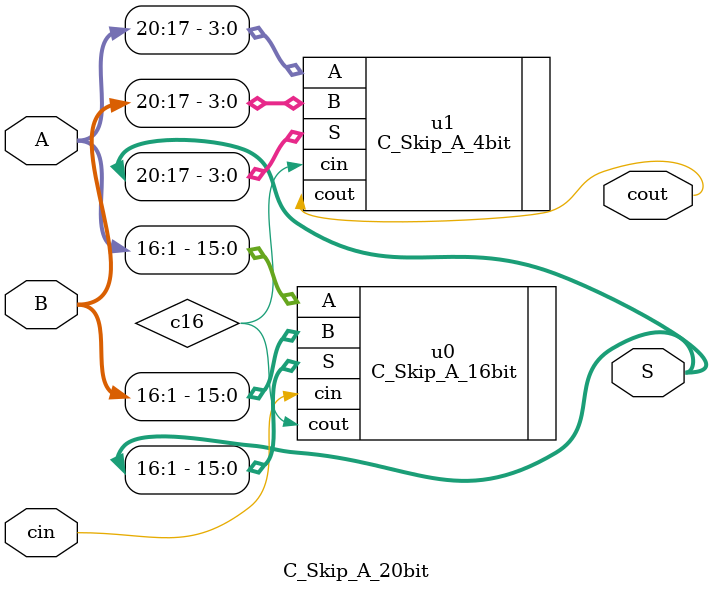
<source format=v>
module C_Skip_A_20bit #(
    parameter width=20
)(
    input wire [width:1] A,
    input wire [width:1] B,
    input wire cin,
    output wire [width:1] S,
    output wire cout
);

    wire c16;

    C_Skip_A_16bit #(.width(16)) u0 (
        .A(A[16:1]),
        .B(B[16:1]),
        .cin(cin),
        .S(S[16:1]),
        .cout(c16)
    );
    C_Skip_A_4bit #(.width(4)) u1 (
        .A(A[20:17]),
        .B(B[20:17]),
        .cin(c16),
        .S(S[20:17]),
        .cout(cout)
    );

endmodule

</source>
